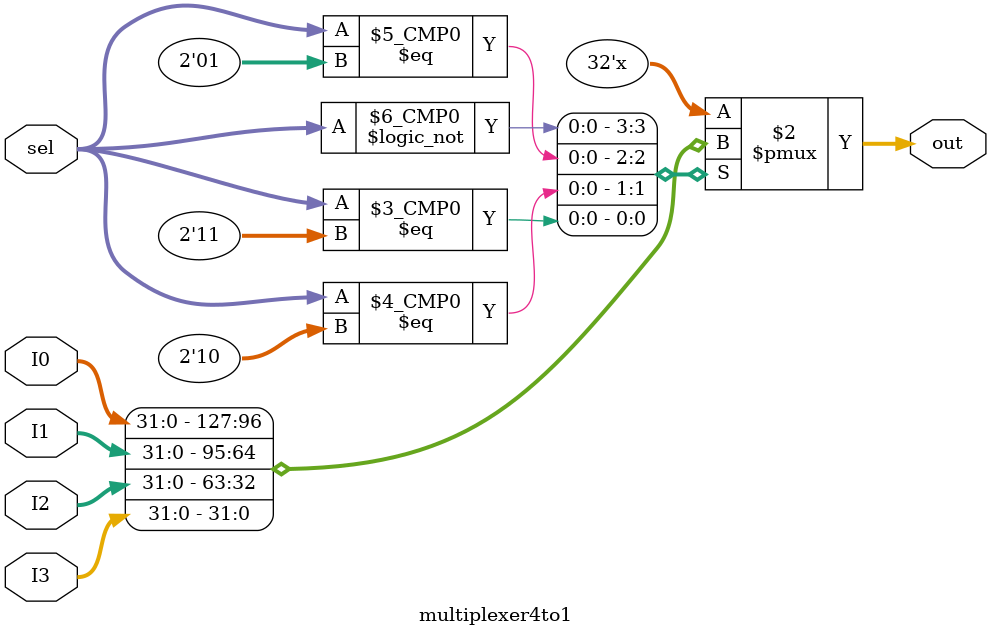
<source format=v>
module multiplexer4to1(sel,I0,I1,I2,I3,out);
input [1:0]sel;
input [31:0]I0;
input [31:0]I1;
input [31:0]I2;
input [31:0]I3;
output reg [31:0]out;
always@(I0 or I1 or I2 or I3 or sel)begin
    case (sel)
    2'b00 : out=I0;
    2'b01 : out=I1;
    2'b10 : out=I2;
    2'b11 : out=I3;
    default: out =0;
    endcase
end
endmodule 
</source>
